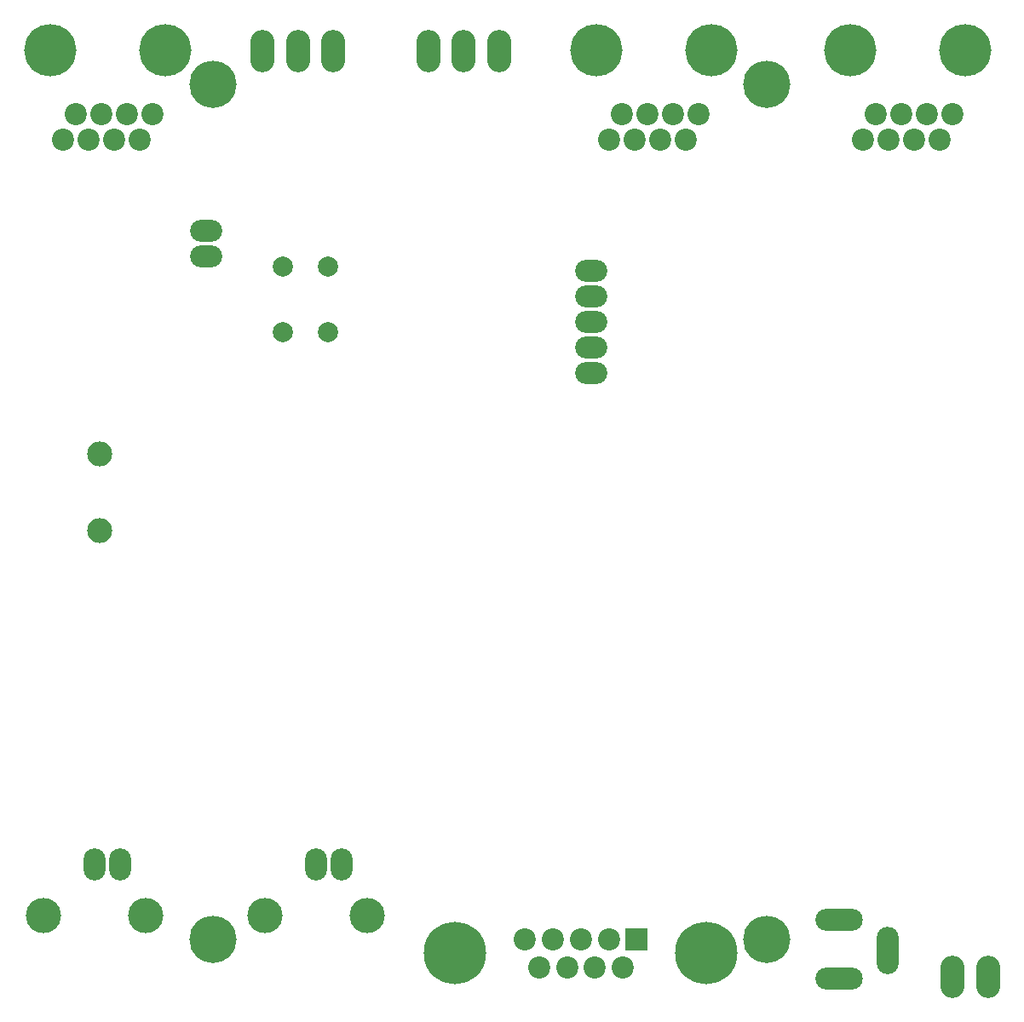
<source format=gbr>
%TF.GenerationSoftware,Altium Limited,Altium Designer,19.0.10 (269)*%
G04 Layer_Color=16711935*
%FSLAX45Y45*%
%MOMM*%
%TF.FileFunction,Soldermask,Bot*%
%TF.Part,Single*%
G01*
G75*
%TA.AperFunction,ComponentPad*%
%ADD124C,2.00000*%
%ADD125C,2.48600*%
%ADD126C,2.20000*%
%ADD127R,2.20000X2.20000*%
%ADD128C,6.20000*%
%ADD129C,5.20000*%
%ADD130O,3.20000X2.20000*%
%ADD131O,2.40000X4.20000*%
%ADD132O,2.20000X3.20000*%
%ADD133C,3.50000*%
%ADD134O,4.70000X2.20000*%
%ADD135O,2.20000X4.70000*%
%ADD136C,4.70000*%
D124*
X3140880Y7433749D02*
D03*
Y6783749D02*
D03*
X2690880D02*
D03*
Y7433749D02*
D03*
D125*
X875720Y5572740D02*
D03*
Y4810740D02*
D03*
D126*
X5103703Y750765D02*
D03*
X5242203Y466765D02*
D03*
X5380703Y750765D02*
D03*
X5519203Y466765D02*
D03*
X5657703Y750765D02*
D03*
X5796203Y466765D02*
D03*
X5934703Y750765D02*
D03*
X6073203Y466765D02*
D03*
X513601Y8694118D02*
D03*
X767601D02*
D03*
X640601Y8948118D02*
D03*
X1402601D02*
D03*
X1275601Y8694118D02*
D03*
X1021601D02*
D03*
X1148601Y8948118D02*
D03*
X894601D02*
D03*
X6318606D02*
D03*
X6572606D02*
D03*
X6445606Y8694118D02*
D03*
X5937606D02*
D03*
X6699606D02*
D03*
X6826606Y8948118D02*
D03*
X6064606D02*
D03*
X6191606Y8694118D02*
D03*
X8715606D02*
D03*
X8588606Y8948118D02*
D03*
X9350606D02*
D03*
X9223606Y8694118D02*
D03*
X8461606D02*
D03*
X8969606D02*
D03*
X9096606Y8948118D02*
D03*
X8842606D02*
D03*
D127*
X6211703Y750765D02*
D03*
D128*
X6907203Y608765D02*
D03*
X4408203D02*
D03*
D129*
X1529601Y9583118D02*
D03*
X386601D02*
D03*
X5810606D02*
D03*
X6953606D02*
D03*
X9477606D02*
D03*
X8334606D02*
D03*
D130*
X5759701Y7393439D02*
D03*
Y7139439D02*
D03*
Y6885439D02*
D03*
Y6631439D02*
D03*
Y6377439D02*
D03*
X1931444Y7789484D02*
D03*
Y7535484D02*
D03*
D131*
X4144106Y9575619D02*
D03*
X4494056D02*
D03*
X4844056D02*
D03*
X3194051D02*
D03*
X2844051D02*
D03*
X2494101D02*
D03*
X9351769Y377976D02*
D03*
X9701719D02*
D03*
D132*
X826718Y1495861D02*
D03*
X1080718D02*
D03*
X3280719D02*
D03*
X3026719D02*
D03*
D133*
X1334718Y987861D02*
D03*
X318718D02*
D03*
X2518719D02*
D03*
X3534719D02*
D03*
D134*
X8226721Y357976D02*
D03*
Y937976D02*
D03*
D135*
X8706721Y637976D02*
D03*
D136*
X7500000Y9250000D02*
D03*
X2000000Y750000D02*
D03*
Y9250000D02*
D03*
X7500000Y750000D02*
D03*
%TF.MD5,691e0de6fd2a281f5a505462ad8a6994*%
M02*

</source>
